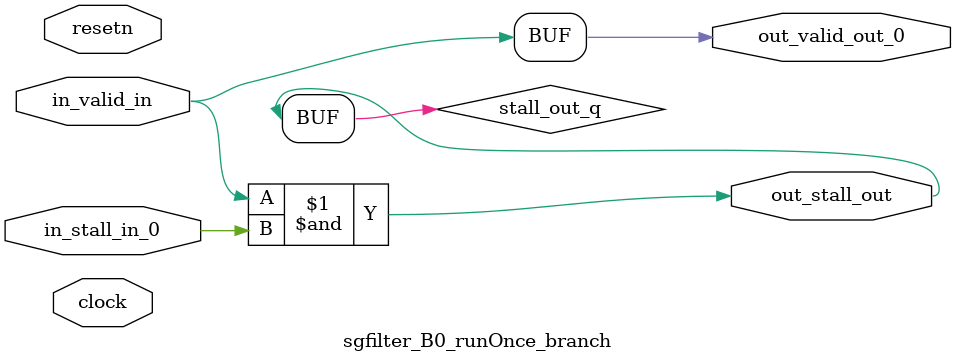
<source format=sv>



(* altera_attribute = "-name AUTO_SHIFT_REGISTER_RECOGNITION OFF; -name MESSAGE_DISABLE 10036; -name MESSAGE_DISABLE 10037; -name MESSAGE_DISABLE 14130; -name MESSAGE_DISABLE 14320; -name MESSAGE_DISABLE 15400; -name MESSAGE_DISABLE 14130; -name MESSAGE_DISABLE 10036; -name MESSAGE_DISABLE 12020; -name MESSAGE_DISABLE 12030; -name MESSAGE_DISABLE 12010; -name MESSAGE_DISABLE 12110; -name MESSAGE_DISABLE 14320; -name MESSAGE_DISABLE 13410; -name MESSAGE_DISABLE 113007; -name MESSAGE_DISABLE 10958" *)
module sgfilter_B0_runOnce_branch (
    input wire [0:0] in_stall_in_0,
    input wire [0:0] in_valid_in,
    output wire [0:0] out_stall_out,
    output wire [0:0] out_valid_out_0,
    input wire clock,
    input wire resetn
    );

    wire [0:0] stall_out_q;


    // stall_out(LOGICAL,6)
    assign stall_out_q = in_valid_in & in_stall_in_0;

    // out_stall_out(GPOUT,4)
    assign out_stall_out = stall_out_q;

    // out_valid_out_0(GPOUT,5)
    assign out_valid_out_0 = in_valid_in;

endmodule

</source>
